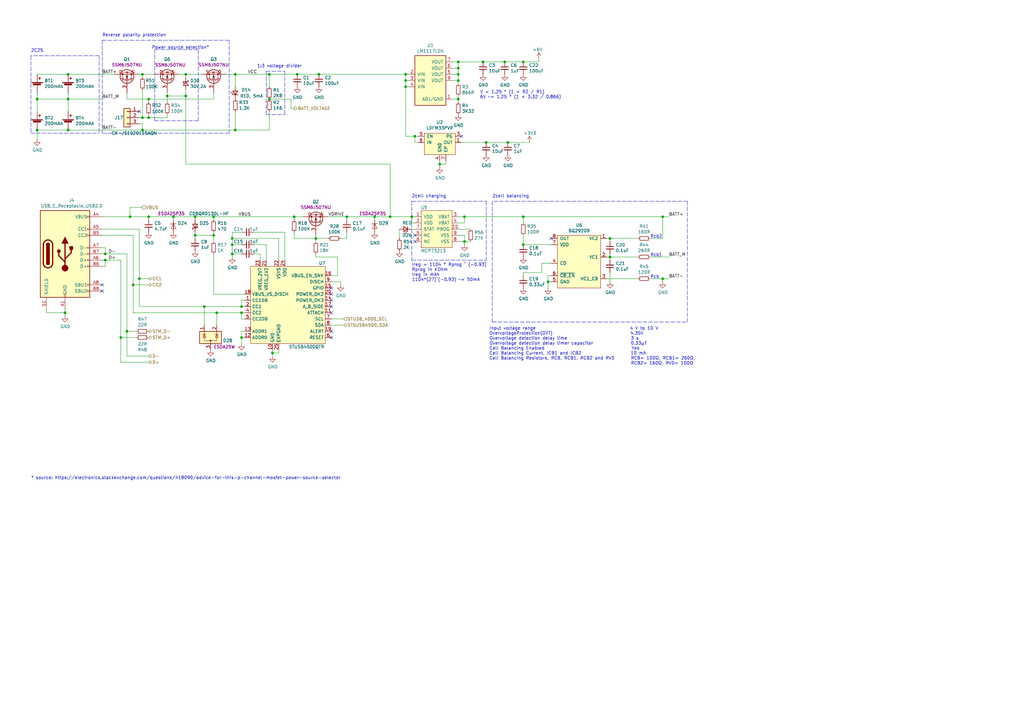
<source format=kicad_sch>
(kicad_sch (version 20211123) (generator eeschema)
  (paper "A3")
  (lib_symbols
    (symbol "Connector_Generic:Conn_01x03" (pin_names (offset 1.016) hide)
      (property "Reference" "J" (at 0 5.08 0))
      (property "Value" "Conn_01x03" (at 0 -5.08 0))
      (symbol "Conn_01x03_1_1"
        (pin passive line (at -5.08 2.54 0) (length 3.81) (name "Pin_1") (number "1"))
        (pin passive line (at -5.08 0 0) (length 3.81) (name "Pin_2") (number "2"))
        (pin passive line (at -5.08 -2.54 0) (length 3.81) (name "Pin_3") (number "3"))
      )
    )
    (symbol "Device:Battery_Cell" (pin_numbers hide) (pin_names (offset 0) hide)
      (property "Reference" "BT" (at 2.54 2.54 0))
      (property "Value" "Battery_Cell" (at 2.54 0 0))
      (symbol "Battery_Cell_1_1"
        (pin passive line (at 0 5.08 270) (length 2.54) (name "+") (number "1"))
        (pin passive line (at 0 -2.54 90) (length 2.54) (name "-") (number "2"))
      )
    )
    (symbol "Device:C_Small" (pin_numbers hide) (pin_names (offset 0.254) hide)
      (property "Reference" "C" (at 0.254 1.778 0))
      (property "Value" "C_Small" (at 0.254 -2.032 0))
      (symbol "C_Small_1_1"
        (pin passive line (at 0 2.54 270) (length 2.032) (name "~") (number "1"))
        (pin passive line (at 0 -2.54 90) (length 2.032) (name "~") (number "2"))
      )
    )
    (symbol "Device:D_Schottky_Small" (pin_numbers hide) (pin_names (offset 0.254) hide)
      (property "Reference" "D" (at -1.27 2.032 0))
      (property "Value" "D_Schottky_Small" (at -7.112 -2.032 0))
      (symbol "D_Schottky_Small_1_1"
        (pin passive line (at -2.54 0 0) (length 1.778) (name "K") (number "1"))
        (pin passive line (at 2.54 0 180) (length 1.778) (name "A") (number "2"))
      )
    )
    (symbol "Device:LED_Small" (pin_numbers hide) (pin_names (offset 0.254) hide)
      (property "Reference" "D" (at -1.27 3.175 0))
      (property "Value" "LED_Small" (at -4.445 -2.54 0))
      (symbol "LED_Small_1_1"
        (pin passive line (at -2.54 0 0) (length 1.778) (name "K") (number "1"))
        (pin passive line (at 2.54 0 180) (length 1.778) (name "A") (number "2"))
      )
    )
    (symbol "Device:R_Small" (pin_numbers hide) (pin_names (offset 0.254) hide)
      (property "Reference" "R" (at 0.762 0.508 0))
      (property "Value" "R_Small" (at 0.762 -1.016 0))
      (symbol "R_Small_1_1"
        (pin passive line (at 0 2.54 270) (length 0.762) (name "~") (number "1"))
        (pin passive line (at 0 -2.54 90) (length 0.762) (name "~") (number "2"))
      )
    )
    (symbol "LM1117:LM1117LDX" (pin_names (offset 1.016))
      (property "Reference" "U" (at 0 16.51 0))
      (property "Value" "LM1117LDX" (at 0 13.97 0))
      (symbol "LM1117LDX_1_1"
        (pin passive line (at 8.89 -5.08 180) (length 2.54) (name "ADJ/GND") (number "1"))
        (pin passive line (at -8.89 5.08 0) (length 2.54) (name "VIN") (number "2"))
        (pin passive line (at -8.89 2.54 0) (length 2.54) (name "VIN") (number "3"))
        (pin passive line (at -8.89 0 0) (length 2.54) (name "VIN") (number "4"))
        (pin passive line (at 8.89 5.08 180) (length 2.54) (name "VOUT") (number "5"))
        (pin passive line (at 8.89 7.62 180) (length 2.54) (name "VOUT") (number "6"))
        (pin power_out line (at 8.89 10.16 180) (length 2.54) (name "VOUT") (number "7"))
        (pin passive line (at 8.89 2.54 180) (length 2.54) (name "VOUT") (number "9"))
      )
    )
    (symbol "power:+3V3" (power) (pin_names (offset 0))
      (property "Value" "+3V3" (at 0 3.556 0))
      (symbol "+3V3_1_1"
        (pin power_in line (at 0 0 90) (length 0) hide (name "+3V3") (number "1"))
      )
    )
    (symbol "power:+6V" (power) (pin_names (offset 0))
      (property "Value" "+6V" (at 0 3.556 0))
      (symbol "+6V_1_1"
        (pin power_in line (at 0 0 90) (length 0) hide (name "+6V") (number "1"))
      )
    )
    (symbol "power:GND" (power) (pin_names (offset 0))
      (property "Value" "GND" (at 0 -3.81 0))
      (symbol "GND_1_1"
        (pin power_in line (at 0 0 270) (length 0) hide (name "GND") (number "1"))
      )
    )
    (symbol "synermycha-electronics-rescue:USB_C_Receptacle_USB2.0-Connector" (pin_names (offset 1.016))
      (property "Reference" "J" (at -10.16 19.05 0))
      (property "Value" "USB_C_Receptacle_USB2.0-Connector" (at 19.05 19.05 0))
      (symbol "USB_C_Receptacle_USB2.0-Connector_1_1"
        (pin passive line (at 0 -22.86 90) (length 5.08) (name "GND") (number "A1"))
        (pin passive line (at 0 -22.86 90) (length 5.08) hide (name "GND") (number "A12"))
        (pin passive line (at 15.24 15.24 180) (length 5.08) (name "VBUS") (number "A4"))
        (pin bidirectional line (at 15.24 10.16 180) (length 5.08) (name "CC1") (number "A5"))
        (pin bidirectional line (at 15.24 -2.54 180) (length 5.08) (name "D+") (number "A6"))
        (pin bidirectional line (at 15.24 2.54 180) (length 5.08) (name "D-") (number "A7"))
        (pin bidirectional line (at 15.24 -12.7 180) (length 5.08) (name "SBU1") (number "A8"))
        (pin passive line (at 15.24 15.24 180) (length 5.08) hide (name "VBUS") (number "A9"))
        (pin passive line (at 0 -22.86 90) (length 5.08) hide (name "GND") (number "B1"))
        (pin passive line (at 0 -22.86 90) (length 5.08) hide (name "GND") (number "B12"))
        (pin passive line (at 15.24 15.24 180) (length 5.08) hide (name "VBUS") (number "B4"))
        (pin bidirectional line (at 15.24 7.62 180) (length 5.08) (name "CC2") (number "B5"))
        (pin bidirectional line (at 15.24 -5.08 180) (length 5.08) (name "D+") (number "B6"))
        (pin bidirectional line (at 15.24 0 180) (length 5.08) (name "D-") (number "B7"))
        (pin bidirectional line (at 15.24 -15.24 180) (length 5.08) (name "SBU2") (number "B8"))
        (pin passive line (at 15.24 15.24 180) (length 5.08) hide (name "VBUS") (number "B9"))
        (pin passive line (at -7.62 -22.86 90) (length 5.08) (name "SHIELD") (number "S1"))
      )
    )
    (symbol "synermycha-electronics:BQ29209" (pin_names (offset 1.016))
      (property "Reference" "U" (at 0 10.16 0))
      (property "Value" "BQ29209" (at 0 7.62 0))
      (symbol "BQ29209_1_1"
        (pin input line (at -11.43 5.08 0) (length 2.54) (name "VC2") (number "1"))
        (pin input line (at -11.43 -2.54 0) (length 2.54) (name "VC1") (number "2"))
        (pin input line (at -11.43 -11.43 0) (length 2.54) (name "VC1_CB") (number "3"))
        (pin input line (at 11.43 -5.08 180) (length 2.54) (name "CD") (number "4"))
        (pin input line (at 11.43 -12.7 180) (length 2.54) (name "GND") (number "5"))
        (pin input line (at 11.43 -10.16 180) (length 2.54) (name "~{CB_EN}") (number "6"))
        (pin input line (at 11.43 2.54 180) (length 2.54) (name "VDD") (number "7"))
        (pin input line (at 11.43 5.08 180) (length 2.54) (name "OUT") (number "8"))
        (pin input line (at 0 -17.78 90) (length 2.54) hide (name "GND") (number "9"))
      )
    )
    (symbol "synermycha-electronics:ESDA25P35" (pin_numbers hide) (pin_names hide)
      (property "Reference" "D" (at 0 2.54 0))
      (property "MPN" "ESDA25P35" (at 0 -2.54 0))
      (symbol "ESDA25P35_1_1"
        (pin passive line (at -2.54 0 0) (length 2.54) (name "K1") (number "1"))
        (pin passive line (at 2.54 0 180) (length 2.54) (name "A") (number "2"))
      )
    )
    (symbol "synermycha-electronics:ESDA25W" (pin_names hide)
      (property "Reference" "D" (at 5.715 2.54 0))
      (property "MPN" "ESDA25W" (at 10.16 0 0))
      (symbol "ESDA25W_0_0"
        (pin passive line (at 0 -5.08 90) (length 2.54) (name "A") (number "3"))
      )
      (symbol "ESDA25W_1_1"
        (pin passive line (at -2.54 5.08 270) (length 2.54) (name "K") (number "1"))
        (pin passive line (at 2.54 5.08 270) (length 2.54) (name "K") (number "2"))
      )
    )
    (symbol "synermycha-electronics:LDFM33PVR" (pin_names (offset 1.016))
      (property "Reference" "U" (at -8.89 12.7 0))
      (property "Value" "LDFM33PVR" (at -5.08 10.16 0))
      (symbol "LDFM33PVR_1_1"
        (pin output line (at 8.89 0 180) (length 2.54) (name "OUT") (number "1"))
        (pin input line (at 8.89 2.54 180) (length 2.54) (name "PG") (number "3"))
        (pin input line (at 0 -7.62 90) (length 2.54) (name "GND") (number "4"))
        (pin input line (at -8.89 2.54 0) (length 2.54) (name "EN") (number "5"))
        (pin input line (at -8.89 0 0) (length 2.54) (name "IN") (number "6"))
        (pin input line (at 2.54 -7.62 90) (length 2.54) (name "EP") (number "7"))
      )
    )
    (symbol "synermycha-electronics:MCP73213" (pin_names (offset 1.016))
      (property "Reference" "U" (at -6.35 8.89 0))
      (property "Value" "MCP73213" (at -1.27 -8.89 0))
      (symbol "MCP73213_1_1"
        (pin input line (at -8.89 5.08 0) (length 2.54) (name "VDD") (number "1"))
        (pin input line (at 8.89 0 180) (length 2.54) (name "PROG") (number "10"))
        (pin input line (at -8.89 2.54 0) (length 2.54) (name "VDD") (number "2"))
        (pin input line (at 8.89 5.08 180) (length 2.54) (name "VBAT") (number "3"))
        (pin input line (at 8.89 2.54 180) (length 2.54) (name "VBAT") (number "4"))
        (pin input line (at -8.89 -2.54 0) (length 2.54) (name "NC") (number "5"))
        (pin input line (at -8.89 -5.08 0) (length 2.54) (name "NC") (number "6"))
        (pin input line (at -8.89 0 0) (length 2.54) (name "STAT") (number "7"))
        (pin input line (at 8.89 -5.08 180) (length 2.54) (name "VSS") (number "8"))
        (pin input line (at 8.89 -2.54 180) (length 2.54) (name "VSS") (number "9"))
      )
    )
    (symbol "synermycha-electronics:SSM6J507NU" (pin_names (offset 0) hide)
      (property "Reference" "Q" (at 5.08 1.27 0))
      (property "MPN" "SSM6J507NU" (at 11.43 -1.27 0))
      (symbol "SSM6J507NU_0_0"
        (pin passive line (at 2.54 5.08 270) (length 5.08) hide (name "D") (number "1"))
        (pin passive line (at 2.54 5.08 270) (length 5.08) hide (name "D") (number "2"))
        (pin passive line (at 2.54 5.08 270) (length 5.08) hide (name "D") (number "6"))
        (pin passive line (at 2.54 5.08 270) (length 5.08) (name "D") (number "D"))
        (pin passive line (at 2.54 -5.08 90) (length 5.08) (name "S") (number "S"))
      )
      (symbol "SSM6J507NU_1_1"
        (pin input line (at -5.08 0 0) (length 5.08) (name "G") (number "3"))
        (pin passive line (at 2.54 -5.08 90) (length 2.54) hide (name "S") (number "4"))
        (pin passive line (at 2.54 5.08 270) (length 2.54) hide (name "D") (number "5"))
      )
    )
    (symbol "synermycha-electronics:STUSB4500QTR"
      (property "Reference" "U" (at 12.7 20.32 0))
      (property "Value" "STUSB4500QTR" (at 7.62 17.78 0))
      (symbol "STUSB4500QTR_1_1"
        (pin bidirectional line (at -17.78 2.54 0) (length 2.54) (name "CC1DB") (number "1"))
        (pin power_in line (at -6.35 -17.78 90) (length 2.54) (name "GND") (number "10"))
        (pin open_collector line (at 17.78 -2.54 180) (length 2.54) (name "ATTACH") (number "11"))
        (pin input line (at -17.78 -12.7 0) (length 2.54) (name "ADDR0") (number "12"))
        (pin input line (at -17.78 -10.16 0) (length 2.54) (name "ADDR1") (number "13"))
        (pin open_collector line (at 17.78 2.54 180) (length 2.54) (name "POWER_OK3") (number "14"))
        (pin open_collector line (at 17.78 7.62 180) (length 2.54) (name "GPIO") (number "15"))
        (pin open_collector line (at 17.78 12.7 180) (length 2.54) (name "VBUS_EN_SNK") (number "16"))
        (pin open_collector line (at 17.78 0 180) (length 2.54) (name "A_B_SIDE") (number "17"))
        (pin input line (at -17.78 5.08 0) (length 2.54) (name "VBUS_VS_DISCH") (number "18"))
        (pin open_collector line (at 17.78 -10.16 180) (length 2.54) (name "ALERT") (number "19"))
        (pin bidirectional line (at -17.78 0 0) (length 2.54) (name "CC1") (number "2"))
        (pin open_collector line (at 17.78 5.08 180) (length 2.54) (name "POWER_OK2") (number "20"))
        (pin power_out line (at -8.89 19.05 270) (length 2.54) (name "VREG_1V2") (number "21"))
        (pin power_in line (at -3.81 19.05 270) (length 2.54) (name "VSYS") (number "22"))
        (pin power_out line (at -11.43 19.05 270) (length 2.54) (name "VREG_2V7") (number "23"))
        (pin power_in line (at -1.27 19.05 270) (length 2.54) (name "VDD") (number "24"))
        (pin power_out line (at -3.81 -17.78 90) (length 2.54) (name "EXPGND") (number "25"))
        (pin no_connect line (at -6.35 19.05 270) (length 2.54) hide (name "NC") (number "3"))
        (pin bidirectional line (at -17.78 -2.54 0) (length 2.54) (name "CC2") (number "4"))
        (pin bidirectional line (at -17.78 -5.08 0) (length 2.54) (name "CC2DB") (number "5"))
        (pin input line (at 17.78 -12.7 180) (length 2.54) (name "RESET") (number "6"))
        (pin input line (at 17.78 -5.08 180) (length 2.54) (name "SCL") (number "7"))
        (pin bidirectional line (at 17.78 -7.62 180) (length 2.54) (name "SDA") (number "8"))
        (pin bidirectional line (at 17.78 10.16 180) (length 2.54) (name "DISCH") (number "9"))
      )
    )
  )
  (junction (at 190.5 88.9))
  (junction (at 96.52 53.34))
  (junction (at 15.24 53.34))
  (junction (at 224.79 115.57))
  (junction (at 80.01 96.52))
  (junction (at 27.94 53.34))
  (junction (at 130.81 30.48))
  (junction (at 166.37 30.48))
  (junction (at 110.49 40.64))
  (junction (at 121.92 30.48))
  (junction (at 214.63 100.33))
  (junction (at 111.76 144.78))
  (junction (at 95.25 100.33))
  (junction (at 58.42 48.26))
  (junction (at 87.63 96.52))
  (junction (at 187.96 25.4))
  (junction (at 250.19 105.41))
  (junction (at 110.49 30.48))
  (junction (at 43.18 106.68))
  (junction (at 76.2 30.48))
  (junction (at 187.96 30.48))
  (junction (at 60.96 40.64))
  (junction (at 60.96 88.9))
  (junction (at 198.12 25.4))
  (junction (at 207.01 25.4))
  (junction (at 166.37 33.02))
  (junction (at 27.94 30.48))
  (junction (at 15.24 40.64))
  (junction (at 187.96 33.02))
  (junction (at 129.54 97.79))
  (junction (at 95.25 104.14))
  (junction (at 58.42 30.48))
  (junction (at 168.91 88.9))
  (junction (at 87.63 88.9))
  (junction (at 49.53 138.43))
  (junction (at 214.63 25.4))
  (junction (at 96.52 30.48))
  (junction (at 53.34 88.9))
  (junction (at 83.82 125.73))
  (junction (at 95.25 97.79))
  (junction (at 120.65 88.9))
  (junction (at 26.67 128.27))
  (junction (at 153.67 88.9))
  (junction (at 271.78 88.9))
  (junction (at 60.96 48.26))
  (junction (at 58.42 53.34))
  (junction (at 68.58 39.37))
  (junction (at 250.19 97.79))
  (junction (at 99.06 138.43))
  (junction (at 160.02 88.9))
  (junction (at 166.37 35.56))
  (junction (at 80.01 88.9))
  (junction (at 208.28 58.42))
  (junction (at 271.78 114.3))
  (junction (at 54.61 116.84))
  (junction (at 199.39 58.42))
  (junction (at 99.06 128.27))
  (junction (at 71.12 88.9))
  (junction (at 76.2 39.37))
  (junction (at 142.24 88.9))
  (junction (at 57.15 114.3))
  (junction (at 187.96 40.64))
  (junction (at 187.96 27.94))
  (junction (at 214.63 88.9))
  (junction (at 43.18 104.14))
  (junction (at 180.34 67.31))
  (junction (at 99.06 125.73))
  (junction (at 27.94 40.64))
  (junction (at 52.07 135.89))
  (junction (at 190.5 99.06))
  (junction (at 88.9 128.27))
  (junction (at 170.18 55.88))
  (no_connect (at 41.91 119.38))
  (no_connect (at 135.89 123.19))
  (no_connect (at 135.89 135.89))
  (no_connect (at 170.18 99.06))
  (no_connect (at 226.06 97.79))
  (no_connect (at 41.91 116.84))
  (no_connect (at 135.89 125.73))
  (no_connect (at 135.89 120.65))
  (no_connect (at 135.89 138.43))
  (no_connect (at 189.23 55.88))
  (no_connect (at 135.89 118.11))
  (no_connect (at 57.15 45.72))
  (no_connect (at 135.89 128.27))
  (no_connect (at 170.18 96.52))
  (wire (pts (xy 106.68 106.68) (xy 106.68 104.14)))
  (wire (pts (xy 92.71 30.48) (xy 96.52 30.48)))
  (wire (pts (xy 58.42 53.34) (xy 96.52 53.34)))
  (wire (pts (xy 121.92 30.48) (xy 130.81 30.48)))
  (wire (pts (xy 26.67 128.27) (xy 19.05 128.27)))
  (wire (pts (xy 180.34 66.04) (xy 180.34 67.31)))
  (wire (pts (xy 54.61 116.84) (xy 54.61 96.52)))
  (wire (pts (xy 58.42 50.8) (xy 58.42 53.34)))
  (wire (pts (xy 190.5 88.9) (xy 214.63 88.9)))
  (polyline (pts (xy 40.64 22.86) (xy 40.64 54.61)))
  (polyline (pts (xy 12.7 54.61) (xy 40.64 54.61)))
  (polyline (pts (xy 201.93 132.08) (xy 281.94 132.08)))
  (wire (pts (xy 110.49 35.56) (xy 110.49 30.48)))
  (wire (pts (xy 222.25 111.76) (xy 222.25 107.95)))
  (wire (pts (xy 266.7 97.79) (xy 271.78 97.79)))
  (wire (pts (xy 129.54 105.41) (xy 138.43 105.41)))
  (wire (pts (xy 27.94 40.64) (xy 27.94 38.1)))
  (wire (pts (xy 52.07 40.64) (xy 60.96 40.64)))
  (wire (pts (xy 142.24 97.79) (xy 139.7 97.79)))
  (wire (pts (xy 248.92 97.79) (xy 250.19 97.79)))
  (wire (pts (xy 15.24 30.48) (xy 27.94 30.48)))
  (polyline (pts (xy 201.93 82.55) (xy 201.93 132.08)))
  (wire (pts (xy 110.49 30.48) (xy 121.92 30.48)))
  (wire (pts (xy 250.19 105.41) (xy 250.19 106.68)))
  (wire (pts (xy 153.67 88.9) (xy 142.24 88.9)))
  (wire (pts (xy 99.06 138.43) (xy 99.06 140.97)))
  (wire (pts (xy 80.01 95.25) (xy 80.01 96.52)))
  (wire (pts (xy 54.61 128.27) (xy 54.61 116.84)))
  (wire (pts (xy 214.63 88.9) (xy 271.78 88.9)))
  (wire (pts (xy 166.37 35.56) (xy 166.37 55.88)))
  (wire (pts (xy 76.2 39.37) (xy 76.2 67.31)))
  (wire (pts (xy 106.68 104.14) (xy 104.14 104.14)))
  (wire (pts (xy 52.07 38.1) (xy 52.07 40.64)))
  (wire (pts (xy 58.42 36.83) (xy 58.42 48.26)))
  (wire (pts (xy 60.96 88.9) (xy 71.12 88.9)))
  (wire (pts (xy 170.18 55.88) (xy 166.37 55.88)))
  (wire (pts (xy 119.38 44.45) (xy 120.65 44.45)))
  (wire (pts (xy 171.45 55.88) (xy 170.18 55.88)))
  (wire (pts (xy 171.45 58.42) (xy 170.18 58.42)))
  (polyline (pts (xy 109.22 29.21) (xy 109.22 46.99)))
  (wire (pts (xy 208.28 58.42) (xy 217.17 58.42)))
  (wire (pts (xy 96.52 30.48) (xy 110.49 30.48)))
  (wire (pts (xy 166.37 30.48) (xy 166.37 33.02)))
  (wire (pts (xy 60.96 41.91) (xy 60.96 40.64)))
  (wire (pts (xy 190.5 99.06) (xy 187.96 99.06)))
  (wire (pts (xy 49.53 106.68) (xy 49.53 138.43)))
  (wire (pts (xy 53.34 85.09) (xy 58.42 85.09)))
  (wire (pts (xy 100.33 123.19) (xy 99.06 123.19)))
  (polyline (pts (xy 168.91 82.55) (xy 199.39 82.55)))
  (wire (pts (xy 43.18 101.6) (xy 43.18 104.14)))
  (wire (pts (xy 142.24 88.9) (xy 142.24 90.17)))
  (wire (pts (xy 80.01 96.52) (xy 87.63 96.52)))
  (wire (pts (xy 110.49 45.72) (xy 110.49 53.34)))
  (wire (pts (xy 99.06 123.19) (xy 99.06 125.73)))
  (polyline (pts (xy 63.5 49.53) (xy 81.28 49.53)))
  (wire (pts (xy 166.37 30.48) (xy 167.64 30.48)))
  (wire (pts (xy 68.58 46.99) (xy 68.58 48.26)))
  (wire (pts (xy 60.96 40.64) (xy 87.63 40.64)))
  (wire (pts (xy 187.96 25.4) (xy 198.12 25.4)))
  (polyline (pts (xy 41.91 16.51) (xy 93.98 16.51)))
  (wire (pts (xy 58.42 48.26) (xy 57.15 48.26)))
  (wire (pts (xy 187.96 33.02) (xy 187.96 34.29)))
  (wire (pts (xy 100.33 135.89) (xy 99.06 135.89)))
  (wire (pts (xy 100.33 130.81) (xy 99.06 130.81)))
  (wire (pts (xy 87.63 96.52) (xy 87.63 99.06)))
  (wire (pts (xy 83.82 125.73) (xy 99.06 125.73)))
  (wire (pts (xy 180.34 67.31) (xy 180.34 68.58)))
  (wire (pts (xy 109.22 100.33) (xy 104.14 100.33)))
  (wire (pts (xy 120.65 88.9) (xy 124.46 88.9)))
  (wire (pts (xy 226.06 115.57) (xy 224.79 115.57)))
  (wire (pts (xy 58.42 48.26) (xy 60.96 48.26)))
  (wire (pts (xy 68.58 39.37) (xy 68.58 38.1)))
  (polyline (pts (xy 41.91 16.51) (xy 41.91 54.61)))
  (wire (pts (xy 83.82 125.73) (xy 83.82 133.35)))
  (polyline (pts (xy 81.28 49.53) (xy 81.28 20.32)))
  (polyline (pts (xy 281.94 82.55) (xy 281.94 132.08)))
  (wire (pts (xy 57.15 114.3) (xy 60.96 114.3)))
  (wire (pts (xy 15.24 57.15) (xy 15.24 53.34)))
  (wire (pts (xy 185.42 40.64) (xy 187.96 40.64)))
  (wire (pts (xy 130.81 30.48) (xy 166.37 30.48)))
  (wire (pts (xy 250.19 97.79) (xy 261.62 97.79)))
  (polyline (pts (xy 109.22 29.21) (xy 116.84 29.21)))
  (wire (pts (xy 185.42 27.94) (xy 187.96 27.94)))
  (wire (pts (xy 95.25 97.79) (xy 95.25 95.25)))
  (wire (pts (xy 250.19 99.06) (xy 250.19 97.79)))
  (wire (pts (xy 58.42 30.48) (xy 63.5 30.48)))
  (wire (pts (xy 190.5 96.52) (xy 190.5 99.06)))
  (wire (pts (xy 214.63 91.44) (xy 214.63 88.9)))
  (wire (pts (xy 57.15 50.8) (xy 58.42 50.8)))
  (wire (pts (xy 140.97 133.35) (xy 135.89 133.35)))
  (wire (pts (xy 88.9 128.27) (xy 88.9 133.35)))
  (wire (pts (xy 95.25 104.14) (xy 95.25 105.41)))
  (wire (pts (xy 266.7 114.3) (xy 271.78 114.3)))
  (wire (pts (xy 160.02 88.9) (xy 168.91 88.9)))
  (wire (pts (xy 187.96 25.4) (xy 185.42 25.4)))
  (wire (pts (xy 15.24 53.34) (xy 27.94 53.34)))
  (wire (pts (xy 54.61 96.52) (xy 41.91 96.52)))
  (wire (pts (xy 96.52 35.56) (xy 96.52 30.48)))
  (wire (pts (xy 80.01 88.9) (xy 80.01 90.17)))
  (wire (pts (xy 116.84 106.68) (xy 116.84 95.25)))
  (wire (pts (xy 187.96 96.52) (xy 190.5 96.52)))
  (wire (pts (xy 187.96 27.94) (xy 187.96 25.4)))
  (wire (pts (xy 60.96 146.05) (xy 52.07 146.05)))
  (wire (pts (xy 15.24 38.1) (xy 15.24 40.64)))
  (wire (pts (xy 119.38 40.64) (xy 119.38 44.45)))
  (wire (pts (xy 76.2 36.83) (xy 76.2 39.37)))
  (wire (pts (xy 168.91 88.9) (xy 170.18 88.9)))
  (wire (pts (xy 114.3 144.78) (xy 114.3 143.51)))
  (wire (pts (xy 27.94 53.34) (xy 58.42 53.34)))
  (wire (pts (xy 266.7 105.41) (xy 274.32 105.41)))
  (wire (pts (xy 163.83 97.79) (xy 163.83 93.98)))
  (polyline (pts (xy 81.28 20.32) (xy 63.5 20.32)))
  (wire (pts (xy 27.94 40.64) (xy 15.24 40.64)))
  (wire (pts (xy 248.92 105.41) (xy 250.19 105.41)))
  (wire (pts (xy 185.42 33.02) (xy 187.96 33.02)))
  (wire (pts (xy 271.78 88.9) (xy 274.32 88.9)))
  (wire (pts (xy 153.67 88.9) (xy 160.02 88.9)))
  (wire (pts (xy 73.66 30.48) (xy 76.2 30.48)))
  (polyline (pts (xy 109.22 46.99) (xy 116.84 46.99)))
  (wire (pts (xy 80.01 96.52) (xy 80.01 97.79)))
  (wire (pts (xy 100.33 138.43) (xy 99.06 138.43)))
  (wire (pts (xy 57.15 125.73) (xy 83.82 125.73)))
  (wire (pts (xy 271.78 114.3) (xy 274.32 114.3)))
  (wire (pts (xy 41.91 93.98) (xy 57.15 93.98)))
  (wire (pts (xy 120.65 90.17) (xy 120.65 88.9)))
  (wire (pts (xy 187.96 40.64) (xy 187.96 39.37)))
  (wire (pts (xy 187.96 40.64) (xy 187.96 41.91)))
  (wire (pts (xy 140.97 130.81) (xy 135.89 130.81)))
  (polyline (pts (xy 281.94 82.55) (xy 201.93 82.55)))
  (polyline (pts (xy 93.98 54.61) (xy 41.91 54.61)))
  (wire (pts (xy 135.89 115.57) (xy 139.7 115.57)))
  (wire (pts (xy 261.62 105.41) (xy 250.19 105.41)))
  (wire (pts (xy 15.24 40.64) (xy 15.24 45.72)))
  (wire (pts (xy 170.18 91.44) (xy 168.91 91.44)))
  (wire (pts (xy 167.64 33.02) (xy 166.37 33.02)))
  (wire (pts (xy 80.01 88.9) (xy 87.63 88.9)))
  (wire (pts (xy 54.61 116.84) (xy 60.96 116.84)))
  (wire (pts (xy 53.34 88.9) (xy 53.34 85.09)))
  (wire (pts (xy 214.63 100.33) (xy 226.06 100.33)))
  (wire (pts (xy 190.5 91.44) (xy 190.5 88.9)))
  (wire (pts (xy 185.42 30.48) (xy 187.96 30.48)))
  (wire (pts (xy 114.3 106.68) (xy 114.3 97.79)))
  (wire (pts (xy 111.76 144.78) (xy 111.76 146.05)))
  (wire (pts (xy 99.06 104.14) (xy 95.25 104.14)))
  (wire (pts (xy 43.18 109.22) (xy 43.18 106.68)))
  (wire (pts (xy 170.18 58.42) (xy 170.18 55.88)))
  (wire (pts (xy 168.91 91.44) (xy 168.91 88.9)))
  (wire (pts (xy 87.63 104.14) (xy 87.63 120.65)))
  (wire (pts (xy 199.39 58.42) (xy 208.28 58.42)))
  (wire (pts (xy 99.06 135.89) (xy 99.06 138.43)))
  (wire (pts (xy 60.96 88.9) (xy 60.96 90.17)))
  (wire (pts (xy 26.67 128.27) (xy 26.67 127)))
  (wire (pts (xy 139.7 115.57) (xy 139.7 116.84)))
  (wire (pts (xy 57.15 114.3) (xy 57.15 125.73)))
  (wire (pts (xy 224.79 115.57) (xy 224.79 118.11)))
  (polyline (pts (xy 199.39 82.55) (xy 199.39 106.68)))
  (wire (pts (xy 41.91 101.6) (xy 43.18 101.6)))
  (polyline (pts (xy 116.84 29.21) (xy 116.84 46.99)))
  (wire (pts (xy 99.06 128.27) (xy 100.33 128.27)))
  (wire (pts (xy 138.43 113.03) (xy 135.89 113.03)))
  (wire (pts (xy 111.76 144.78) (xy 114.3 144.78)))
  (wire (pts (xy 43.18 106.68) (xy 49.53 106.68)))
  (wire (pts (xy 87.63 95.25) (xy 87.63 96.52)))
  (wire (pts (xy 57.15 30.48) (xy 58.42 30.48)))
  (polyline (pts (xy 93.98 16.51) (xy 93.98 54.61)))
  (wire (pts (xy 214.63 111.76) (xy 222.25 111.76)))
  (wire (pts (xy 52.07 146.05) (xy 52.07 135.89)))
  (wire (pts (xy 250.19 115.57) (xy 250.19 111.76)))
  (wire (pts (xy 190.5 88.9) (xy 187.96 88.9)))
  (polyline (pts (xy 168.91 106.68) (xy 199.39 106.68)))
  (wire (pts (xy 271.78 114.3) (xy 271.78 115.57)))
  (wire (pts (xy 109.22 106.68) (xy 109.22 100.33)))
  (wire (pts (xy 187.96 33.02) (xy 187.96 30.48)))
  (wire (pts (xy 248.92 114.3) (xy 261.62 114.3)))
  (wire (pts (xy 68.58 39.37) (xy 76.2 39.37)))
  (wire (pts (xy 182.88 67.31) (xy 182.88 66.04)))
  (wire (pts (xy 87.63 120.65) (xy 100.33 120.65)))
  (wire (pts (xy 52.07 135.89) (xy 55.88 135.89)))
  (wire (pts (xy 99.06 130.81) (xy 99.06 128.27)))
  (wire (pts (xy 99.06 125.73) (xy 100.33 125.73)))
  (wire (pts (xy 250.19 105.41) (xy 250.19 104.14)))
  (wire (pts (xy 214.63 25.4) (xy 220.98 25.4)))
  (polyline (pts (xy 168.91 82.55) (xy 168.91 106.68)))
  (wire (pts (xy 116.84 95.25) (xy 104.14 95.25)))
  (wire (pts (xy 58.42 30.48) (xy 58.42 31.75)))
  (wire (pts (xy 41.91 104.14) (xy 43.18 104.14)))
  (wire (pts (xy 111.76 143.51) (xy 111.76 144.78)))
  (wire (pts (xy 120.65 97.79) (xy 120.65 95.25)))
  (wire (pts (xy 96.52 45.72) (xy 96.52 53.34)))
  (wire (pts (xy 224.79 113.03) (xy 224.79 115.57)))
  (wire (pts (xy 68.58 48.26) (xy 60.96 48.26)))
  (wire (pts (xy 49.53 148.59) (xy 49.53 138.43)))
  (wire (pts (xy 193.04 99.06) (xy 190.5 99.06)))
  (wire (pts (xy 57.15 93.98) (xy 57.15 114.3)))
  (wire (pts (xy 87.63 88.9) (xy 120.65 88.9)))
  (wire (pts (xy 214.63 100.33) (xy 214.63 96.52)))
  (polyline (pts (xy 63.5 20.32) (xy 63.5 49.53)))
  (wire (pts (xy 168.91 93.98) (xy 170.18 93.98)))
  (wire (pts (xy 95.25 104.14) (xy 95.25 100.33)))
  (wire (pts (xy 52.07 104.14) (xy 52.07 135.89)))
  (wire (pts (xy 134.62 97.79) (xy 129.54 97.79)))
  (wire (pts (xy 26.67 129.54) (xy 26.67 128.27)))
  (wire (pts (xy 114.3 97.79) (xy 95.25 97.79)))
  (wire (pts (xy 187.96 30.48) (xy 187.96 27.94)))
  (wire (pts (xy 198.12 25.4) (xy 207.01 25.4)))
  (wire (pts (xy 129.54 97.79) (xy 120.65 97.79)))
  (wire (pts (xy 271.78 97.79) (xy 271.78 88.9)))
  (wire (pts (xy 134.62 88.9) (xy 142.24 88.9)))
  (wire (pts (xy 226.06 113.03) (xy 224.79 113.03)))
  (wire (pts (xy 167.64 35.56) (xy 166.37 35.56)))
  (wire (pts (xy 110.49 40.64) (xy 119.38 40.64)))
  (wire (pts (xy 41.91 106.68) (xy 43.18 106.68)))
  (wire (pts (xy 55.88 138.43) (xy 49.53 138.43)))
  (wire (pts (xy 60.96 148.59) (xy 49.53 148.59)))
  (wire (pts (xy 43.18 104.14) (xy 52.07 104.14)))
  (wire (pts (xy 60.96 48.26) (xy 60.96 46.99)))
  (wire (pts (xy 95.25 100.33) (xy 99.06 100.33)))
  (wire (pts (xy 88.9 128.27) (xy 54.61 128.27)))
  (wire (pts (xy 96.52 53.34) (xy 110.49 53.34)))
  (wire (pts (xy 129.54 104.14) (xy 129.54 105.41)))
  (wire (pts (xy 207.01 25.4) (xy 214.63 25.4)))
  (wire (pts (xy 190.5 99.06) (xy 190.5 100.33)))
  (wire (pts (xy 153.67 88.9) (xy 153.67 90.17)))
  (wire (pts (xy 76.2 30.48) (xy 82.55 30.48)))
  (wire (pts (xy 189.23 58.42) (xy 199.39 58.42)))
  (wire (pts (xy 193.04 93.98) (xy 187.96 93.98)))
  (wire (pts (xy 129.54 97.79) (xy 129.54 96.52)))
  (wire (pts (xy 138.43 105.41) (xy 138.43 113.03)))
  (wire (pts (xy 76.2 30.48) (xy 76.2 31.75)))
  (wire (pts (xy 95.25 100.33) (xy 95.25 97.79)))
  (wire (pts (xy 99.06 128.27) (xy 88.9 128.27)))
  (wire (pts (xy 222.25 107.95) (xy 226.06 107.95)))
  (wire (pts (xy 166.37 33.02) (xy 166.37 35.56)))
  (wire (pts (xy 87.63 40.64) (xy 87.63 38.1)))
  (wire (pts (xy 180.34 67.31) (xy 182.88 67.31)))
  (wire (pts (xy 53.34 88.9) (xy 41.91 88.9)))
  (polyline (pts (xy 40.64 22.86) (xy 12.7 22.86)))
  (wire (pts (xy 142.24 95.25) (xy 142.24 97.79)))
  (wire (pts (xy 19.05 128.27) (xy 19.05 127)))
  (wire (pts (xy 68.58 41.91) (xy 68.58 39.37)))
  (polyline (pts (xy 12.7 22.86) (xy 12.7 54.61)))
  (wire (pts (xy 71.12 88.9) (xy 80.01 88.9)))
  (wire (pts (xy 27.94 30.48) (xy 46.99 30.48)))
  (wire (pts (xy 27.94 40.64) (xy 41.91 40.64)))
  (wire (pts (xy 187.96 91.44) (xy 190.5 91.44)))
  (wire (pts (xy 71.12 88.9) (xy 71.12 90.17)))
  (wire (pts (xy 76.2 67.31) (xy 160.02 67.31)))
  (wire (pts (xy 220.98 24.13) (xy 220.98 25.4)))
  (wire (pts (xy 41.91 109.22) (xy 43.18 109.22)))
  (wire (pts (xy 129.54 97.79) (xy 129.54 99.06)))
  (wire (pts (xy 160.02 88.9) (xy 160.02 67.31)))
  (wire (pts (xy 60.96 88.9) (xy 53.34 88.9)))
  (wire (pts (xy 95.25 95.25) (xy 99.06 95.25)))
  (wire (pts (xy 27.94 40.64) (xy 27.94 45.72)))
  (wire (pts (xy 214.63 113.03) (xy 214.63 111.76)))
  (wire (pts (xy 87.63 90.17) (xy 87.63 88.9)))
  (text "2cell charging " (at 168.91 81.28 0) (effects (font (size 1.27 1.27)) (justify left bottom)))
  (text "2cell balancing" (at 201.93 81.28 0) (effects (font (size 1.27 1.27)) (justify left bottom)))
  (text "Ireg = 1104 * Rprog ^ (-0.93)\nRprog in KOhm\nIreg in mAh\n1104*(27)^(-0.93) ~= 50mA" (at 168.91 115.57 0) (effects (font (size 1.27 1.27)) (justify left bottom)))
  (text "Rcb\n" (at 266.7 114.3 0) (effects (font (size 1.27 1.27)) (justify left bottom)))
  (text "Rcb2" (at 266.7 97.79 0) (effects (font (size 1.27 1.27)) (justify left bottom)))
  (text "V = 1.25 * (1 + R2 / R1) \n6V ~= 1.25 * (1 + 3.32 / 0.866) " (at 196.85 40.64 0) (effects (font (size 1.27 1.27)) (justify left bottom)))
  (text "Input voltage range                                        4 V to 10 V\nOvervoltageProtection(OVT)                                 4.35V\nOvervoltage detection delay time                           3 s\nOvervoltage detection delay timer capacitor                0.33μF\nCell Balancing Enabled                                     Yes\nCell Balancing Current, ICB1 and ICB2                     10 mA\nCell Balancing Resistors, RCB, RCB1, RCB2 and RVD       RCB= 100Ω, RCB1= 260Ω, \n                                                            RCB2= 160Ω, RVD= 100Ω" (at 200.66 149.86 0) (effects (font (size 1.27 1.27)) (justify left bottom)))
  (text "1:3 voltage divider" (at 105.41 27.94 0) (effects (font (size 1.27 1.27)) (justify left bottom)))
  (text "2C2S" (at 12.7 21.59 0) (effects (font (size 1.27 1.27)) (justify left bottom)))
  (text "Power source selection*" (at 62.23 20.32 0) (effects (font (size 1.27 1.27)) (justify left bottom)))
  (text "Reverse polarity protection" (at 41.91 15.24 0) (effects (font (size 1.27 1.27)) (justify left bottom)))
  (text "Rcb1\n" (at 266.7 105.41 0) (effects (font (size 1.27 1.27)) (justify left bottom)))
  (text "* source: https://electronics.stackexchange.com/questions/418090/advice-for-this-p-channel-mosfet-power-source-selector" (at 12.7 196.85 0) (effects (font (size 1.27 1.27)) (justify left bottom)))
  (label "BATT+" (at 41.91 30.48 0))
  (label "BATT-" (at 41.91 53.34 0))
  (label "BATT+" (at 274.32 88.9 0))
  (label "VBUS" (at 97.79 88.9 0))
  (label "D+" (at 44.45 106.68 0))
  (label "D-" (at 44.45 104.14 0))
  (label "VDRIVE" (at 134.62 88.9 0))
  (label "BATT_M" (at 274.32 105.41 0))
  (label "VCC" (at 101.6 30.48 0))
  (label "BATT-" (at 274.32 114.3 0))
  (label "BATT_M" (at 41.91 40.64 0))
  (hierarchical_label "STM_D-" (shape bidirectional) (at 60.96 135.89 0))
  (hierarchical_label "VBUS" (shape passive) (at 58.42 85.09 0))
  (hierarchical_label "D-" (shape bidirectional) (at 60.96 146.05 0))
  (hierarchical_label "STSUSB4500_SDA" (shape bidirectional) (at 140.97 133.35 0))
  (hierarchical_label "STUSB_4500_SCL" (shape input) (at 140.97 130.81 0))
  (hierarchical_label "STM_D+" (shape bidirectional) (at 60.96 138.43 0))
  (hierarchical_label "CC1" (shape bidirectional) (at 60.96 114.3 0))
  (hierarchical_label "D+" (shape bidirectional) (at 60.96 148.59 0))
  (hierarchical_label "BATT_VOLTAGE" (shape output) (at 120.65 44.45 0))
  (hierarchical_label "CC2" (shape bidirectional) (at 60.96 116.84 0))
  (symbol (lib_id "Device:R_Small") (at 60.96 44.45 0) (mirror x) (unit 1)
    (property "Reference" "R52" (at 62.23 43.18 0) (effects (justify left)))
    (property "Value" "100K" (at 62.23 45.72 0) (effects (justify left)))
    (property "Footprint" "Resistor_SMD:R_0402_1005Metric" (effects hide))
  )
  (symbol (lib_id "Device:C_Small") (at 214.63 27.94 0) (unit 1)
    (property "Reference" "C22" (at 216.9668 26.7716 0) (effects (justify left)))
    (property "Value" "100uF" (at 216.9668 29.083 0) (effects (justify left)))
    (property "Footprint" "Capacitor_SMD:C_0805_2012Metric" (effects hide))
  )
  (symbol (lib_id "power:GND") (at 214.63 30.48 0) (unit 1)
    (property "Reference" "#PWR0191" (effects hide))
    (property "Value" "GND" (at 214.757 34.8742 0))
  )
  (symbol (lib_id "Device:R_Small") (at 58.42 34.29 0) (mirror x) (unit 1)
    (property "Reference" "R51" (at 59.69 33.02 0) (effects (justify left)))
    (property "Value" "100K" (at 59.69 35.56 0) (effects (justify left)))
    (property "Footprint" "Resistor_SMD:R_0402_1005Metric" (effects hide))
  )
  (symbol (lib_id "Device:LED_Small") (at 96.52 38.1 90) (unit 1)
    (property "Reference" "D14" (at 102.87 36.83 90) (effects (justify left)))
    (property "Value" "RED, 5mA" (at 107.95 39.37 90) (effects (justify left)))
    (property "Footprint" "LED_SMD:LED_0402_1005Metric" (effects hide))
  )
  (symbol (lib_id "Device:R_Small") (at 96.52 43.18 0) (unit 1)
    (property "Reference" "R33" (at 98.0186 42.0116 0) (effects (justify left)))
    (property "Value" "1.3K" (at 98.0186 44.323 0) (effects (justify left)))
    (property "Footprint" "Resistor_SMD:R_0402_1005Metric" (effects hide))
  )
  (symbol (lib_id "Connector_Generic:Conn_01x03") (at 52.07 48.26 0) (mirror y) (unit 1)
    (property "Reference" "J17" (at 46.99 48.26 0) (effects (justify right)))
    (property "Value" "CK-JS102011SAQN" (at 45.72 54.61 0) (effects (justify right)))
    (property "Footprint" "Button_Switch_SMD:SW_SPDT_CK-JS102011SAQN" (effects hide))
  )
  (symbol (lib_id "LM1117:LM1117LDX") (at 176.53 35.56 0) (unit 1)
    (property "Reference" "U1" (at 176.53 18.6182 0))
    (property "Value" "LM1117LDX" (at 176.53 20.9296 0))
    (property "Footprint" "Package_SON:WSON-8_4x4mm_P0.8mm" (effects hide))
    (property "Datasheet" "http://www.ti.com/lit/ds/symlink/lm1117.pdf?HQS=TI-null-null-mousermode-df-pf-null-wwe&DCM=yes&ref_url=https%3A%2F%2Fpl.mouser.com%2F&distId=26" (effects hide))
  )
  (symbol (lib_id "Device:R_Small") (at 187.96 36.83 0) (unit 1)
    (property "Reference" "R3" (at 189.4586 35.6616 0) (effects (justify left)))
    (property "Value" "866R" (at 189.4586 37.973 0) (effects (justify left)))
    (property "Footprint" "Resistor_SMD:R_0402_1005Metric" (effects hide))
  )
  (symbol (lib_id "Device:R_Small") (at 187.96 44.45 0) (unit 1)
    (property "Reference" "R4" (at 189.4586 43.2816 0) (effects (justify left)))
    (property "Value" "3K32" (at 189.4586 45.593 0) (effects (justify left)))
    (property "Footprint" "Resistor_SMD:R_0402_1005Metric" (effects hide))
  )
  (symbol (lib_id "Device:R_Small") (at 110.49 38.1 0) (unit 1)
    (property "Reference" "R1" (at 111.9886 36.9316 0) (effects (justify left)))
    (property "Value" "2K8" (at 111.9886 39.243 0) (effects (justify left)))
    (property "Footprint" "Resistor_SMD:R_0402_1005Metric" (effects hide))
  )
  (symbol (lib_id "Device:R_Small") (at 110.49 43.18 0) (unit 1)
    (property "Reference" "R2" (at 111.9886 42.0116 0) (effects (justify left)))
    (property "Value" "1K6" (at 111.9886 44.323 0) (effects (justify left)))
    (property "Footprint" "Resistor_SMD:R_0402_1005Metric" (effects hide))
  )
  (symbol (lib_id "Device:C_Small") (at 198.12 27.94 0) (unit 1)
    (property "Reference" "C3" (at 200.4568 26.7716 0) (effects (justify left)))
    (property "Value" "10uF" (at 200.4568 29.083 0) (effects (justify left)))
    (property "Footprint" "Capacitor_SMD:C_0603_1608Metric" (effects hide))
  )
  (symbol (lib_id "Device:C_Small") (at 207.01 27.94 0) (unit 1)
    (property "Reference" "C6" (at 209.3468 26.7716 0) (effects (justify left)))
    (property "Value" "1uF" (at 209.3468 29.083 0) (effects (justify left)))
    (property "Footprint" "Capacitor_SMD:C_0402_1005Metric" (effects hide))
  )
  (symbol (lib_id "Device:C_Small") (at 121.92 33.02 0) (unit 1)
    (property "Reference" "C1" (at 124.2568 31.8516 0) (effects (justify left)))
    (property "Value" "10uF" (at 124.2568 34.163 0) (effects (justify left)))
    (property "Footprint" "Capacitor_SMD:C_0603_1608Metric" (effects hide))
  )
  (symbol (lib_id "Device:C_Small") (at 130.81 33.02 0) (unit 1)
    (property "Reference" "C2" (at 133.1468 31.8516 0) (effects (justify left)))
    (property "Value" "100uF" (at 133.1468 34.163 0) (effects (justify left)))
    (property "Footprint" "Capacitor_SMD:C_0805_2012Metric" (effects hide))
  )
  (symbol (lib_id "power:GND") (at 121.92 35.56 0) (unit 1)
    (property "Reference" "#PWR0101" (effects hide))
    (property "Value" "GND" (at 122.047 39.9542 0))
  )
  (symbol (lib_id "power:GND") (at 130.81 35.56 0) (unit 1)
    (property "Reference" "#PWR0102" (effects hide))
    (property "Value" "GND" (at 130.937 39.9542 0))
  )
  (symbol (lib_id "power:GND") (at 198.12 30.48 0) (unit 1)
    (property "Reference" "#PWR0103" (effects hide))
    (property "Value" "GND" (at 198.247 34.8742 0))
  )
  (symbol (lib_id "power:GND") (at 207.01 30.48 0) (unit 1)
    (property "Reference" "#PWR0104" (effects hide))
    (property "Value" "GND" (at 207.137 34.8742 0))
  )
  (symbol (lib_id "power:+6V") (at 220.98 24.13 0) (unit 1)
    (property "Reference" "#PWR0105" (effects hide))
    (property "Value" "+6V" (at 218.44 20.32 0) (effects (justify left)))
  )
  (symbol (lib_id "power:GND") (at 187.96 46.99 0) (unit 1)
    (property "Reference" "#PWR0106" (effects hide))
    (property "Value" "GND" (at 188.087 51.3842 0))
  )
  (symbol (lib_id "Device:C_Small") (at 199.39 60.96 0) (unit 1)
    (property "Reference" "C4" (at 201.7268 59.7916 0) (effects (justify left)))
    (property "Value" "10uF" (at 201.7268 62.103 0) (effects (justify left)))
    (property "Footprint" "Capacitor_SMD:C_0603_1608Metric" (effects hide))
  )
  (symbol (lib_id "Device:C_Small") (at 208.28 60.96 0) (unit 1)
    (property "Reference" "C7" (at 210.6168 59.7916 0) (effects (justify left)))
    (property "Value" "1uF" (at 210.6168 62.103 0) (effects (justify left)))
    (property "Footprint" "Capacitor_SMD:C_0402_1005Metric" (effects hide))
  )
  (symbol (lib_id "power:GND") (at 199.39 63.5 0) (unit 1)
    (property "Reference" "#PWR0107" (effects hide))
    (property "Value" "GND" (at 199.517 67.8942 0))
  )
  (symbol (lib_id "power:GND") (at 208.28 63.5 0) (unit 1)
    (property "Reference" "#PWR0108" (effects hide))
    (property "Value" "GND" (at 208.407 67.8942 0))
  )
  (symbol (lib_id "power:+3V3") (at 217.17 58.42 0) (unit 1)
    (property "Reference" "#PWR0112" (effects hide))
    (property "Value" "+3V3" (at 214.63 54.61 0) (effects (justify left)))
  )
  (symbol (lib_id "power:GND") (at 180.34 68.58 0) (unit 1)
    (property "Reference" "#PWR0114" (effects hide))
    (property "Value" "GND" (at 180.467 72.9742 0))
  )
  (symbol (lib_id "power:GND") (at 15.24 57.15 0) (unit 1)
    (property "Reference" "#PWR0195" (effects hide))
    (property "Value" "GND" (at 15.367 61.5442 0))
  )
  (symbol (lib_id "synermycha-electronics-rescue:USB_C_Receptacle_USB2.0-Connector") (at 26.67 104.14 0) (unit 1)
    (property "Reference" "J4" (at 29.3878 82.1182 0))
    (property "Value" "USB_C_Receptacle_USB2.0" (at 29.3878 84.4296 0))
    (property "Footprint" "Connector_USB:USB_C_Receptacle_GCT_USB4085" (effects hide))
    (property "Datasheet" "https://www.usb.org/sites/default/files/documents/usb_type-c.zip" (effects hide))
  )
  (symbol (lib_id "power:GND") (at 26.67 129.54 0) (unit 1)
    (property "Reference" "#PWR0166" (effects hide))
    (property "Value" "GND" (at 26.797 133.9342 0))
  )
  (symbol (lib_id "synermycha-electronics:MCP73213") (at 179.07 93.98 0) (unit 1)
    (property "Reference" "U5" (at 173.99 85.09 0))
    (property "Value" "MCP73213" (at 177.8 102.87 0))
    (property "Footprint" "Package_DFN_QFN:DFN-10-1EP_3x3mm_P0.5mm_EP1.55x2.48mm" (effects hide))
  )
  (symbol (lib_id "power:GND") (at 190.5 100.33 0) (unit 1)
    (property "Reference" "#PWR0189" (effects hide))
    (property "Value" "GND" (at 190.627 104.7242 0))
  )
  (symbol (lib_id "synermycha-electronics:LDFM33PVR") (at 180.34 58.42 0) (unit 1)
    (property "Reference" "U2" (at 180.34 50.165 0))
    (property "Value" "LDFM33PVR" (at 180.34 52.4764 0))
    (property "Footprint" "Package_DFN_QFN:DFN-6-1EP_2x2mm_P0.5mm_EP0.61x1.42mm" (effects hide))
  )
  (symbol (lib_id "Device:R_Small") (at 193.04 96.52 0) (unit 1)
    (property "Reference" "R56" (at 194.5386 95.3516 0) (effects (justify left)))
    (property "Value" "27K" (at 194.5386 97.663 0) (effects (justify left)))
    (property "Footprint" "Resistor_SMD:R_0402_1005Metric" (effects hide))
  )
  (symbol (lib_id "synermycha-electronics:SSM6J507NU") (at 68.58 33.02 90) (unit 1)
    (property "Reference" "Q6" (at 68.58 24.3078 90))
    (property "Value" "SSM6J507NU" (effects hide))
    (property "Footprint" "footprints:UDFN6B" (effects hide))
    (property "MPN" "SSM6J507NU" (at 69.85 26.67 90))
  )
  (symbol (lib_id "Device:D_Schottky_Small") (at 76.2 34.29 270) (unit 1)
    (property "Reference" "D30" (at 77.978 33.1216 90) (effects (justify left)))
    (property "Value" "30V,2A" (at 77.978 35.433 90) (effects (justify left)))
    (property "Footprint" "Diode_SMD:D_SOD-123F" (effects hide))
  )
  (symbol (lib_id "Device:R_Small") (at 68.58 44.45 0) (unit 1)
    (property "Reference" "R34" (at 70.0786 43.2816 0) (effects (justify left)))
    (property "Value" "100K" (at 70.0786 45.593 0) (effects (justify left)))
    (property "Footprint" "Resistor_SMD:R_0402_1005Metric" (effects hide))
  )
  (symbol (lib_id "synermycha-electronics:ESDA25W") (at 86.36 138.43 0) (unit 1)
    (property "Reference" "D28" (at 91.44 139.7 0) (effects (justify left)))
    (property "Value" "ESDA25W" (effects hide))
    (property "Footprint" "Package_TO_SOT_SMD:SOT-323_SC-70" (effects hide))
    (property "Datasheet" "http://www.littelfuse.com/~/media/files/littelfuse/technical%20resources/documents/data%20sheets/sp05xxba.pdf" (effects hide))
    (property "MPN" "ESDA25W" (at 87.63 142.24 0) (effects (justify left)))
  )
  (symbol (lib_id "synermycha-electronics:STUSB4500QTR") (at 118.11 125.73 0) (unit 1)
    (property "Reference" "U7" (at 132.08 107.95 0))
    (property "Value" "STUSB4500QTR" (at 125.73 142.24 0))
    (property "Footprint" "Package_DFN_QFN:QFN-24-1EP_4x4mm_P0.5mm_EP2.7x2.7mm" (effects hide))
    (property "Datasheet" "https://www.st.com/resource/en/datasheet/stusb4500.pdf" (effects hide))
  )
  (symbol (lib_id "Device:R_Small") (at 87.63 101.6 0) (unit 1)
    (property "Reference" "R17" (at 89.1286 100.4316 0) (effects (justify left)))
    (property "Value" "1K" (at 89.1286 102.743 0) (effects (justify left)))
    (property "Footprint" "Resistor_SMD:R_0402_1005Metric" (effects hide))
  )
  (symbol (lib_id "Device:R_Small") (at 58.42 135.89 270) (unit 1)
    (property "Reference" "R47" (at 58.42 130.9116 90))
    (property "Value" "22R" (at 58.42 133.223 90))
    (property "Footprint" "Resistor_SMD:R_0402_1005Metric" (effects hide))
  )
  (symbol (lib_id "Device:R_Small") (at 58.42 138.43 90) (unit 1)
    (property "Reference" "R48" (at 58.42 143.4084 90))
    (property "Value" "22R" (at 58.42 141.097 90))
    (property "Footprint" "Resistor_SMD:R_0402_1005Metric" (effects hide))
  )
  (symbol (lib_id "synermycha-electronics:BQ29209") (at 237.49 102.87 0) (mirror y) (unit 1)
    (property "Reference" "U6" (at 237.49 92.329 0))
    (property "Value" "BQ29209" (at 237.49 94.6404 0))
    (property "Footprint" "Package_SON:HVSON-8-1EP_3x3mm_P0.65mm_EP1.6x2.4mm" (effects hide))
  )
  (symbol (lib_id "power:GND") (at 111.76 146.05 0) (unit 1)
    (property "Reference" "#PWR0167" (effects hide))
    (property "Value" "GND" (at 111.887 150.4442 0))
  )
  (symbol (lib_id "power:GND") (at 224.79 118.11 0) (unit 1)
    (property "Reference" "#PWR0187" (effects hide))
    (property "Value" "GND" (at 224.917 122.5042 0))
  )
  (symbol (lib_id "power:GND") (at 99.06 140.97 0) (unit 1)
    (property "Reference" "#PWR0168" (effects hide))
    (property "Value" "GND" (at 99.187 145.3642 0))
  )
  (symbol (lib_id "power:GND") (at 86.36 143.51 0) (unit 1)
    (property "Reference" "#PWR0169" (effects hide))
    (property "Value" "GND" (at 86.487 147.9042 0))
  )
  (symbol (lib_id "power:GND") (at 271.78 115.57 0) (unit 1)
    (property "Reference" "#PWR0188" (effects hide))
    (property "Value" "GND" (at 271.907 119.9642 0))
  )
  (symbol (lib_id "Device:R_Small") (at 214.63 93.98 0) (unit 1)
    (property "Reference" "R35" (at 216.1286 92.8116 0) (effects (justify left)))
    (property "Value" "100R" (at 216.1286 95.123 0) (effects (justify left)))
    (property "Footprint" "Resistor_SMD:R_0402_1005Metric" (effects hide))
  )
  (symbol (lib_id "Device:LED_Small") (at 166.37 93.98 180) (unit 1)
    (property "Reference" "D26" (at 168.91 96.52 0) (effects (justify left)))
    (property "Value" "RED" (at 168.91 91.44 0) (effects (justify left)))
    (property "Footprint" "LED_SMD:LED_0402_1005Metric" (effects hide))
  )
  (symbol (lib_id "Device:R_Small") (at 163.83 100.33 0) (unit 1)
    (property "Reference" "R54" (at 165.3286 99.1616 0) (effects (justify left)))
    (property "Value" "2K" (at 165.3286 101.473 0) (effects (justify left)))
    (property "Footprint" "Resistor_SMD:R_0402_1005Metric" (effects hide))
  )
  (symbol (lib_id "Device:R_Small") (at 264.16 105.41 270) (unit 1)
    (property "Reference" "R44" (at 264.16 100.4316 90))
    (property "Value" "260R" (at 264.16 102.743 90))
    (property "Footprint" "Resistor_SMD:R_0402_1005Metric" (effects hide))
  )
  (symbol (lib_id "power:GND") (at 163.83 102.87 0) (unit 1)
    (property "Reference" "#PWR0194" (effects hide))
    (property "Value" "GND" (at 163.957 107.2642 0))
  )
  (symbol (lib_id "Device:C_Small") (at 101.6 104.14 270) (unit 1)
    (property "Reference" "C16" (at 97.79 102.87 90))
    (property "Value" "1uF" (at 104.14 102.87 90))
    (property "Footprint" "Capacitor_SMD:C_0402_1005Metric" (effects hide))
  )
  (symbol (lib_id "Device:C_Small") (at 101.6 100.33 270) (unit 1)
    (property "Reference" "C15" (at 97.79 99.06 90))
    (property "Value" "1uF" (at 104.14 99.06 90))
    (property "Footprint" "Capacitor_SMD:C_0402_1005Metric" (effects hide))
  )
  (symbol (lib_id "Device:C_Small") (at 101.6 95.25 270) (unit 1)
    (property "Reference" "C14" (at 97.79 93.98 90))
    (property "Value" "1uF" (at 104.14 93.98 90))
    (property "Footprint" "Capacitor_SMD:C_0402_1005Metric" (effects hide))
  )
  (symbol (lib_id "Device:Battery_Cell") (at 15.24 50.8 0) (unit 1)
    (property "Reference" "BT2" (at 18.2372 48.3616 0) (effects (justify left)))
    (property "Value" "200mAh" (at 18.2372 50.673 0) (effects (justify left)))
    (property "Footprint" "Connector_PinHeader_1.27mm:PinHeader_1x02_P1.27mm_Vertical" (effects hide))
  )
  (symbol (lib_id "Device:Battery_Cell") (at 15.24 35.56 0) (unit 1)
    (property "Reference" "BT1" (at 18.2372 33.1216 0) (effects (justify left)))
    (property "Value" "200mAh" (at 18.2372 35.433 0) (effects (justify left)))
    (property "Footprint" "Connector_PinHeader_1.27mm:PinHeader_1x02_P1.27mm_Vertical" (effects hide))
  )
  (symbol (lib_id "Device:Battery_Cell") (at 27.94 50.8 0) (unit 1)
    (property "Reference" "BT4" (at 30.9372 48.3616 0) (effects (justify left)))
    (property "Value" "200mAh" (at 30.9372 50.673 0) (effects (justify left)))
    (property "Footprint" "Connector_PinHeader_1.27mm:PinHeader_1x02_P1.27mm_Vertical" (effects hide))
  )
  (symbol (lib_id "Device:Battery_Cell") (at 27.94 35.56 0) (unit 1)
    (property "Reference" "BT3" (at 30.9372 33.1216 0) (effects (justify left)))
    (property "Value" "200mAh" (at 30.9372 35.433 0) (effects (justify left)))
    (property "Footprint" "Connector_PinHeader_1.27mm:PinHeader_1x02_P1.27mm_Vertical" (effects hide))
  )
  (symbol (lib_id "power:GND") (at 95.25 105.41 0) (unit 1)
    (property "Reference" "#PWR0170" (effects hide))
    (property "Value" "GND" (at 95.377 109.8042 0))
  )
  (symbol (lib_id "Device:C_Small") (at 214.63 115.57 0) (unit 1)
    (property "Reference" "C19" (at 216.9668 114.4016 0) (effects (justify left)))
    (property "Value" "0.33uF" (at 216.9668 116.713 0) (effects (justify left)))
    (property "Footprint" "Capacitor_SMD:C_0402_1005Metric" (effects hide))
  )
  (symbol (lib_id "power:GND") (at 214.63 118.11 0) (unit 1)
    (property "Reference" "#PWR0192" (effects hide))
    (property "Value" "GND" (at 214.757 122.5042 0))
  )
  (symbol (lib_id "Device:C_Small") (at 250.19 101.6 0) (unit 1)
    (property "Reference" "C20" (at 252.5268 100.4316 0) (effects (justify left)))
    (property "Value" "0.1uF" (at 252.5268 102.743 0) (effects (justify left)))
    (property "Footprint" "Capacitor_SMD:C_0402_1005Metric" (effects hide))
  )
  (symbol (lib_id "Device:C_Small") (at 250.19 109.22 180) (unit 1)
    (property "Reference" "C21" (at 252.5268 108.0516 0) (effects (justify right)))
    (property "Value" "0.1uF" (at 252.5268 110.363 0) (effects (justify right)))
    (property "Footprint" "Capacitor_SMD:C_0402_1005Metric" (effects hide))
  )
  (symbol (lib_id "synermycha-electronics:SSM6J507NU") (at 129.54 91.44 90) (unit 1)
    (property "Reference" "Q2" (at 129.54 82.7278 90))
    (property "Value" "SSM6J507NU" (effects hide))
    (property "Footprint" "footprints:UDFN6B" (effects hide))
    (property "MPN" "SSM6J507NU" (at 129.54 85.0392 90))
  )
  (symbol (lib_id "Device:R_Small") (at 120.65 92.71 0) (unit 1)
    (property "Reference" "R18" (at 122.1486 91.5416 0) (effects (justify left)))
    (property "Value" "100K" (at 122.1486 93.853 0) (effects (justify left)))
    (property "Footprint" "Resistor_SMD:R_0402_1005Metric" (effects hide))
  )
  (symbol (lib_id "Device:R_Small") (at 129.54 101.6 0) (unit 1)
    (property "Reference" "R21" (at 131.0386 100.4316 0) (effects (justify left)))
    (property "Value" "18K" (at 131.0386 102.743 0) (effects (justify left)))
    (property "Footprint" "Resistor_SMD:R_0402_1005Metric" (effects hide))
  )
  (symbol (lib_id "Device:R_Small") (at 137.16 97.79 270) (unit 1)
    (property "Reference" "R28" (at 137.16 92.8116 90))
    (property "Value" "100K" (at 137.16 95.123 90))
    (property "Footprint" "Resistor_SMD:R_0402_1005Metric" (effects hide))
  )
  (symbol (lib_id "Device:C_Small") (at 142.24 92.71 0) (unit 1)
    (property "Reference" "C17" (at 144.5768 91.5416 0) (effects (justify left)))
    (property "Value" "0.1uF" (at 144.5768 93.853 0) (effects (justify left)))
    (property "Footprint" "Capacitor_SMD:C_0402_1005Metric" (effects hide))
  )
  (symbol (lib_id "power:GND") (at 250.19 115.57 0) (unit 1)
    (property "Reference" "#PWR0190" (effects hide))
    (property "Value" "GND" (at 250.317 119.9642 0))
  )
  (symbol (lib_id "Device:R_Small") (at 87.63 92.71 0) (unit 1)
    (property "Reference" "R16" (at 89.1286 91.5416 0) (effects (justify left)))
    (property "Value" "470" (at 89.1286 93.853 0) (effects (justify left)))
    (property "Footprint" "Resistor_SMD:R_0402_1005Metric" (effects hide))
  )
  (symbol (lib_id "Device:D_Schottky_Small") (at 80.01 92.71 90) (unit 1)
    (property "Reference" "D25" (at 81.788 91.5416 90) (effects (justify right)))
    (property "Value" "CDBQR0130L-HF" (at 77.47 87.63 90) (effects (justify right)))
    (property "Footprint" "Diode_SMD:D_0402_1005Metric" (effects hide))
  )
  (symbol (lib_id "Device:C_Small") (at 80.01 100.33 0) (unit 1)
    (property "Reference" "C8" (at 82.3468 99.1616 0) (effects (justify left)))
    (property "Value" "1uF" (at 82.3468 101.473 0) (effects (justify left)))
    (property "Footprint" "Capacitor_SMD:C_0402_1005Metric" (effects hide))
  )
  (symbol (lib_id "power:GND") (at 80.01 102.87 0) (unit 1)
    (property "Reference" "#PWR0172" (effects hide))
    (property "Value" "GND" (at 80.137 107.2642 0))
  )
  (symbol (lib_id "Device:R_Small") (at 264.16 114.3 270) (unit 1)
    (property "Reference" "R45" (at 264.16 109.3216 90))
    (property "Value" "120R" (at 264.16 111.633 90))
    (property "Footprint" "Resistor_SMD:R_0402_1005Metric" (effects hide))
  )
  (symbol (lib_id "Device:R_Small") (at 264.16 97.79 270) (unit 1)
    (property "Reference" "R41" (at 264.16 92.8116 90))
    (property "Value" "160R" (at 264.16 95.123 90))
    (property "Footprint" "Resistor_SMD:R_0402_1005Metric" (effects hide))
  )
  (symbol (lib_id "synermycha-electronics:ESDA25P35") (at 71.12 92.71 270) (unit 1)
    (property "Reference" "D24" (at 72.8472 91.5416 90) (effects (justify left)))
    (property "Value" "ESDA25P35" (effects hide))
    (property "Footprint" "footprints:1610" (effects hide))
    (property "Datasheet" "https://assets.nexperia.com/documents/data-sheet/PESDXL4UF_G_W.pdf" (effects hide))
    (property "MPN" "ESDA25P35" (at 64.77 87.63 90) (effects (justify left)))
  )
  (symbol (lib_id "power:GND") (at 71.12 95.25 0) (unit 1)
    (property "Reference" "#PWR0181" (effects hide))
    (property "Value" "GND" (at 71.247 99.6442 0))
  )
  (symbol (lib_id "Device:C_Small") (at 214.63 102.87 0) (unit 1)
    (property "Reference" "C18" (at 216.9668 101.7016 0) (effects (justify left)))
    (property "Value" "0.1uF" (at 216.9668 104.013 0) (effects (justify left)))
    (property "Footprint" "Capacitor_SMD:C_0402_1005Metric" (effects hide))
  )
  (symbol (lib_id "Device:C_Small") (at 60.96 92.71 0) (unit 1)
    (property "Reference" "C5" (at 63.2968 91.5416 0) (effects (justify left)))
    (property "Value" "4.7uF" (at 63.2968 93.853 0) (effects (justify left)))
    (property "Footprint" "Capacitor_SMD:C_0603_1608Metric" (effects hide))
  )
  (symbol (lib_id "power:GND") (at 60.96 95.25 0) (unit 1)
    (property "Reference" "#PWR0183" (effects hide))
    (property "Value" "GND" (at 61.087 99.6442 0))
  )
  (symbol (lib_id "power:GND") (at 214.63 105.41 0) (unit 1)
    (property "Reference" "#PWR0196" (effects hide))
    (property "Value" "GND" (at 214.757 109.8042 0))
  )
  (symbol (lib_id "power:GND") (at 153.67 95.25 0) (unit 1)
    (property "Reference" "#PWR0184" (effects hide))
    (property "Value" "GND" (at 153.797 99.6442 0))
  )
  (symbol (lib_id "power:GND") (at 139.7 116.84 0) (unit 1)
    (property "Reference" "#PWR0185" (effects hide))
    (property "Value" "GND" (at 139.827 121.2342 0))
  )
  (symbol (lib_id "synermycha-electronics:SSM6J507NU") (at 52.07 33.02 90) (unit 1)
    (property "Reference" "Q1" (at 52.07 24.3078 90))
    (property "Value" "SSM6J507NU" (effects hide))
    (property "Footprint" "footprints:UDFN6B" (effects hide))
    (property "MPN" "SSM6J507NU" (at 52.07 26.6192 90))
  )
  (symbol (lib_id "synermycha-electronics:SSM6J507NU") (at 87.63 33.02 270) (mirror x) (unit 1)
    (property "Reference" "Q3" (at 87.63 24.3078 90))
    (property "Value" "SSM6J507NU" (effects hide))
    (property "Footprint" "footprints:UDFN6B" (effects hide))
    (property "MPN" "SSM6J507NU" (at 87.63 26.6192 90))
  )
  (symbol (lib_id "synermycha-electronics:ESDA25P35") (at 153.67 92.71 270) (unit 1)
    (property "Reference" "D29" (at 155.3972 91.5416 90) (effects (justify left)))
    (property "Value" "ESDA25P35" (effects hide))
    (property "Footprint" "footprints:1610" (effects hide))
    (property "Datasheet" "https://assets.nexperia.com/documents/data-sheet/PESDXL4UF_G_W.pdf" (effects hide))
    (property "MPN" "ESDA25P35" (at 147.32 87.63 90) (effects (justify left)))
  )
)
</source>
